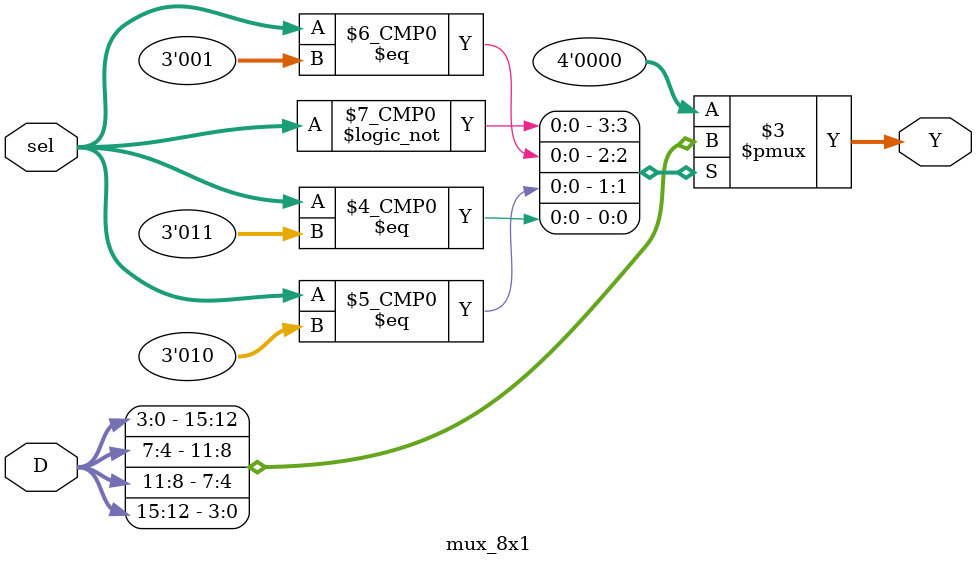
<source format=v>
`timescale 1ns / 1ps
module mux_8x1( D, sel, Y );
	input  [31:0] D;
	input  [ 2:0] sel;
	output [ 3:0] Y;
	reg 	 [ 3:0] Y;
	
	always @ ( * )
		case ( sel )
			3'b000  : Y = D[ 3: 0];
			3'b001  : Y = D[ 7: 4];
			3'b010  : Y = D[11: 8];
			3'b011  : Y = D[15:12];
			3'b000  : Y = D[19:16];
			3'b001  : Y = D[23:20];
			3'b010  : Y = D[27:24];
			3'b011  : Y = D[31:28];
			default : Y = 4'b0000 ;
		endcase
		
endmodule 

</source>
